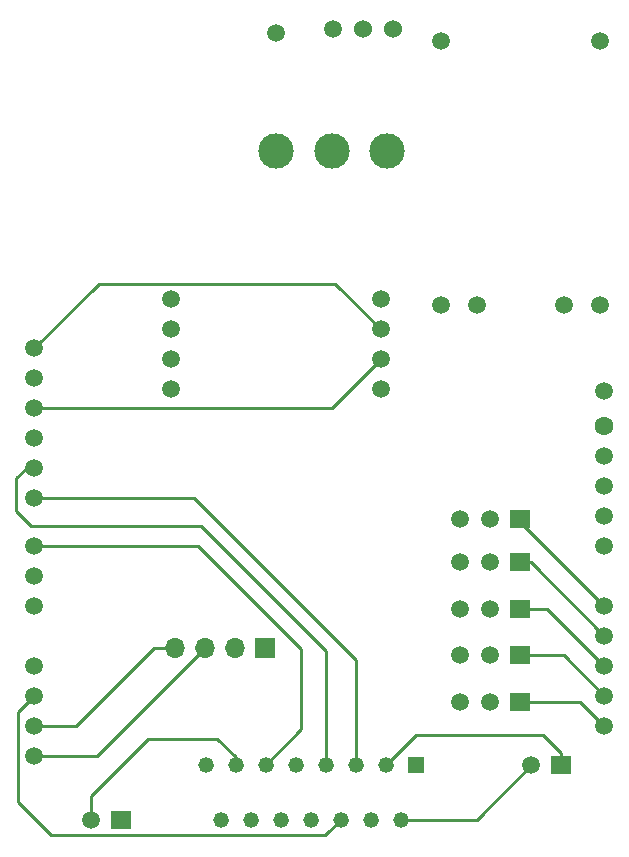
<source format=gbr>
%TF.GenerationSoftware,KiCad,Pcbnew,(6.0.1)*%
%TF.CreationDate,2022-03-31T12:24:54+03:00*%
%TF.ProjectId,shield MCU V2_gnd_layer,73686965-6c64-4204-9d43-552056325f67,rev?*%
%TF.SameCoordinates,Original*%
%TF.FileFunction,Copper,L2,Bot*%
%TF.FilePolarity,Positive*%
%FSLAX46Y46*%
G04 Gerber Fmt 4.6, Leading zero omitted, Abs format (unit mm)*
G04 Created by KiCad (PCBNEW (6.0.1)) date 2022-03-31 12:24:54*
%MOMM*%
%LPD*%
G01*
G04 APERTURE LIST*
%TA.AperFunction,ComponentPad*%
%ADD10R,1.320800X1.320800*%
%TD*%
%TA.AperFunction,ComponentPad*%
%ADD11C,1.320800*%
%TD*%
%TA.AperFunction,ComponentPad*%
%ADD12R,1.700000X1.500000*%
%TD*%
%TA.AperFunction,ComponentPad*%
%ADD13C,1.500000*%
%TD*%
%TA.AperFunction,ComponentPad*%
%ADD14R,1.700000X1.700000*%
%TD*%
%TA.AperFunction,ComponentPad*%
%ADD15O,1.700000X1.700000*%
%TD*%
%TA.AperFunction,ComponentPad*%
%ADD16C,3.000000*%
%TD*%
%TA.AperFunction,ComponentPad*%
%ADD17C,1.524000*%
%TD*%
%TA.AperFunction,ComponentPad*%
%ADD18C,1.600000*%
%TD*%
%TA.AperFunction,Conductor*%
%ADD19C,0.250000*%
%TD*%
G04 APERTURE END LIST*
D10*
%TO.P,H1,1,Current_Sensing_A*%
%TO.N,GND*%
X138449050Y-131483100D03*
D11*
%TO.P,H1,2,OUT1*%
%TO.N,Net-(H1-Pad2)*%
X137179050Y-136105900D03*
%TO.P,H1,3,OUT2*%
%TO.N,Net-(H1-Pad3)*%
X135909050Y-131483100D03*
%TO.P,H1,4,VS*%
%TO.N,/5V*%
X134639050Y-136105900D03*
%TO.P,H1,5,IN1*%
%TO.N,Net-(H1-Pad5)*%
X133369050Y-131483100D03*
%TO.P,H1,6,ENA_A*%
%TO.N,Net-(H1-Pad6)*%
X132099050Y-136105900D03*
%TO.P,H1,7,IN2*%
%TO.N,Net-(H1-Pad7)*%
X130829050Y-131483100D03*
%TO.P,H1,8,GND*%
%TO.N,GND*%
X129559050Y-136105900D03*
%TO.P,H1,9,VSS*%
%TO.N,/5V*%
X128289050Y-131483100D03*
%TO.P,H1,10,IN3*%
%TO.N,Net-(H1-Pad10)*%
X127019050Y-136105900D03*
%TO.P,H1,11,ENA_B*%
%TO.N,Net-(H1-Pad11)*%
X125749050Y-131483100D03*
%TO.P,H1,12,IN4*%
%TO.N,Net-(H1-Pad12)*%
X124479050Y-136105900D03*
%TO.P,H1,13,OUT3*%
%TO.N,Net-(H1-Pad13)*%
X123209050Y-131483100D03*
%TO.P,H1,14,OUT4*%
%TO.N,Net-(H1-Pad14)*%
X121939050Y-136105900D03*
%TO.P,H1,15,Current_Sensing_B*%
%TO.N,GND*%
X120669050Y-131483100D03*
%TD*%
D12*
%TO.P,J2,1,P1*%
%TO.N,Net-(J2-Pad1)*%
X147320000Y-122174000D03*
D13*
%TO.P,J2,2,P2*%
%TO.N,GND*%
X144780000Y-122174000D03*
%TO.P,J2,3,P3*%
%TO.N,/5V*%
X142240000Y-122174000D03*
%TD*%
D12*
%TO.P,PoL1,1,P1*%
%TO.N,Net-(H1-Pad14)*%
X113538000Y-136144000D03*
D13*
%TO.P,PoL1,2,P2*%
%TO.N,Net-(H1-Pad13)*%
X110998000Y-136144000D03*
%TD*%
%TO.P,U3,1,SDO*%
%TO.N,Net-(U3-Pad1)*%
X117697000Y-92043000D03*
%TO.P,U3,2,CS*%
%TO.N,Net-(U3-Pad2)*%
X117697000Y-94583000D03*
%TO.P,U3,3,DR*%
%TO.N,unconnected-(U3-Pad3)*%
X117697000Y-97123000D03*
%TO.P,U3,4,INT*%
%TO.N,Net-(U3-Pad4)*%
X117697000Y-99663000D03*
%TO.P,U3,5,VCC*%
%TO.N,/3.3V*%
X135477000Y-92043000D03*
%TO.P,U3,6,SCL*%
%TO.N,Net-(U3-Pad6)*%
X135477000Y-94583000D03*
%TO.P,U3,7,SDA*%
%TO.N,Net-(U3-Pad7)*%
X135477000Y-97123000D03*
%TO.P,U3,8,GND*%
%TO.N,GND*%
X135477000Y-99663000D03*
%TD*%
%TO.P,TP1,1,1*%
%TO.N,/Vin*%
X126619000Y-69469000D03*
%TD*%
D14*
%TO.P,Bt1,1,P1*%
%TO.N,/3.3V*%
X125730000Y-121539000D03*
D15*
%TO.P,Bt1,2,P2*%
%TO.N,GND*%
X123190000Y-121539000D03*
%TO.P,Bt1,3,P3*%
%TO.N,Net-(Bt1-Pad3)*%
X120650000Y-121539000D03*
%TO.P,Bt1,4,P4*%
%TO.N,Net-(Bt1-Pad4)*%
X118110000Y-121539000D03*
%TD*%
D16*
%TO.P,SW1,1,A*%
%TO.N,/Vin*%
X126651000Y-79470000D03*
%TO.P,SW1,2,B*%
%TO.N,/Batt+*%
X131350000Y-79470000D03*
%TO.P,SW1,3,C*%
%TO.N,/chrg+*%
X136049000Y-79470000D03*
%TD*%
D12*
%TO.P,J3,1,P1*%
%TO.N,Net-(J3-Pad1)*%
X147320000Y-118237000D03*
D13*
%TO.P,J3,2,P2*%
%TO.N,GND*%
X144780000Y-118237000D03*
%TO.P,J3,3,P3*%
%TO.N,/5V*%
X142240000Y-118237000D03*
%TD*%
D12*
%TO.P,J4,1,P1*%
%TO.N,Net-(J4-Pad1)*%
X147320000Y-114300000D03*
D13*
%TO.P,J4,2,P2*%
%TO.N,GND*%
X144780000Y-114300000D03*
%TO.P,J4,3,P3*%
%TO.N,/5V*%
X142240000Y-114300000D03*
%TD*%
D12*
%TO.P,J5,1,P1*%
%TO.N,Net-(J5-Pad1)*%
X147320000Y-110617000D03*
D13*
%TO.P,J5,2,P2*%
%TO.N,GND*%
X144780000Y-110617000D03*
%TO.P,J5,3,P3*%
%TO.N,/5V*%
X142240000Y-110617000D03*
%TD*%
%TO.P,U1,1,out-*%
%TO.N,GND*%
X140557000Y-92551000D03*
%TO.P,U1,2,bat-*%
X143605000Y-92551000D03*
%TO.P,U1,3,bat+*%
%TO.N,/chrg+*%
X150971000Y-92551000D03*
%TO.P,U1,4,out+*%
%TO.N,unconnected-(U1-Pad4)*%
X154019000Y-92551000D03*
%TO.P,U1,5,in-*%
%TO.N,unconnected-(U1-Pad5)*%
X140557000Y-70199000D03*
%TO.P,U1,6,in+*%
%TO.N,unconnected-(U1-Pad6)*%
X154019000Y-70199000D03*
%TD*%
%TO.P,TP2,1,1*%
%TO.N,/3.3V*%
X154432000Y-99822000D03*
%TD*%
D12*
%TO.P,PoR1,1,P1*%
%TO.N,Net-(H1-Pad3)*%
X150773050Y-131515000D03*
D13*
%TO.P,PoR1,2,P2*%
%TO.N,Net-(H1-Pad2)*%
X148233050Y-131515000D03*
%TD*%
D17*
%TO.P,J6,1,Pin_1*%
%TO.N,GND*%
X136493500Y-69183000D03*
%TO.P,J6,2,Pin_2*%
%TO.N,unconnected-(J6-Pad2)*%
X133953500Y-69183000D03*
D13*
%TO.P,J6,3,Pin_3*%
%TO.N,/Batt+*%
X131413500Y-69183000D03*
%TD*%
D18*
%TO.P,U4,16,+3V3*%
%TO.N,/3.3V*%
X154432000Y-102746000D03*
D13*
%TO.P,U4,18,+5V*%
%TO.N,/5V*%
X154432000Y-105286000D03*
%TO.P,U4,24,VIN*%
%TO.N,/Vin*%
X154432000Y-112906000D03*
%TO.P,U4,37,PC3*%
%TO.N,Net-(J3-Pad1)*%
X154432000Y-123066000D03*
%TO.P,U4,38,PC0*%
%TO.N,Net-(J4-Pad1)*%
X154432000Y-120526000D03*
%TO.P,U4,63,PG9*%
%TO.N,Net-(Bt1-Pad3)*%
X106172000Y-130686000D03*
%TO.P,U4,83,PA5*%
%TO.N,Net-(U3-Pad6)*%
X106172000Y-96146000D03*
%TO.P,U4,85,PA6*%
%TO.N,Net-(U3-Pad1)*%
X106172000Y-98686000D03*
%TO.P,U4,87,ETH_CRS_DV/PA7*%
%TO.N,Net-(U3-Pad7)*%
X106172000Y-101226000D03*
%TO.P,U4,108,PF5*%
%TO.N,Net-(J1-Pad1)*%
X154432000Y-128146000D03*
%TO.P,U4,114,PF10*%
%TO.N,Net-(J5-Pad1)*%
X154432000Y-117986000D03*
%TO.P,U4,118,PD14*%
%TO.N,Net-(U3-Pad2)*%
X106172000Y-103766000D03*
%TO.P,U4,120,PD15*%
%TO.N,Net-(H1-Pad7)*%
X106172000Y-106306000D03*
%TO.P,U4,124,PE9*%
%TO.N,Net-(U3-Pad4)*%
X106172000Y-115446000D03*
%TO.P,U4,127,PE13*%
%TO.N,Net-(H1-Pad12)*%
X106172000Y-123066000D03*
%TO.P,U4,128,PE11*%
%TO.N,Net-(H1-Pad10)*%
X106172000Y-117986000D03*
%TO.P,U4,129,PF13*%
%TO.N,Net-(H1-Pad11)*%
X106172000Y-112906000D03*
%TO.P,U4,130,PF3*%
%TO.N,Net-(J2-Pad1)*%
X154432000Y-125606000D03*
%TO.P,U4,131,PF12*%
%TO.N,Net-(H1-Pad5)*%
X106172000Y-108846000D03*
%TO.P,U4,132,PF15*%
%TO.N,Net-(H1-Pad6)*%
X106172000Y-125606000D03*
%TO.P,U4,133,PG14*%
%TO.N,Net-(Bt1-Pad4)*%
X106172000Y-128146000D03*
%TO.P,U4,143,GND*%
%TO.N,GND*%
X154432000Y-107826000D03*
%TO.P,U4,144,GND*%
X154432000Y-110366000D03*
%TD*%
D12*
%TO.P,J1,1,P1*%
%TO.N,Net-(J1-Pad1)*%
X147320000Y-126111000D03*
D13*
%TO.P,J1,2,P2*%
%TO.N,GND*%
X144780000Y-126111000D03*
%TO.P,J1,3,P3*%
%TO.N,/5V*%
X142240000Y-126111000D03*
%TD*%
D19*
%TO.N,Net-(J4-Pad1)*%
X148206000Y-114300000D02*
X147320000Y-114300000D01*
X154432000Y-120526000D02*
X148206000Y-114300000D01*
%TO.N,Net-(J3-Pad1)*%
X149603000Y-118237000D02*
X147320000Y-118237000D01*
%TO.N,Net-(J2-Pad1)*%
X151000000Y-122174000D02*
X147320000Y-122174000D01*
%TO.N,Net-(J1-Pad1)*%
X152397000Y-126111000D02*
X147320000Y-126111000D01*
%TO.N,Net-(J5-Pad1)*%
X154432000Y-117986000D02*
X147320000Y-110874000D01*
X147320000Y-110874000D02*
X147320000Y-110617000D01*
%TO.N,Net-(H1-Pad2)*%
X143642150Y-136105900D02*
X137179050Y-136105900D01*
X148233050Y-131515000D02*
X143642150Y-136105900D01*
%TO.N,Net-(H1-Pad6)*%
X131064000Y-137160000D02*
X130810000Y-137414000D01*
X131064000Y-137140950D02*
X131064000Y-137160000D01*
X107569000Y-137414000D02*
X130810000Y-137414000D01*
X131064000Y-137140950D02*
X132099050Y-136105900D01*
X104775000Y-134620000D02*
X107569000Y-137414000D01*
X104775000Y-127003000D02*
X104775000Y-134620000D01*
X106172000Y-125606000D02*
X104775000Y-127003000D01*
%TO.N,Net-(H1-Pad13)*%
X121666000Y-129286000D02*
X115824000Y-129286000D01*
X110998000Y-134112000D02*
X110998000Y-136144000D01*
X123209050Y-130829050D02*
X121666000Y-129286000D01*
X123209050Y-131483100D02*
X123209050Y-130829050D01*
X115824000Y-129286000D02*
X110998000Y-134112000D01*
%TO.N,Net-(H1-Pad3)*%
X138487150Y-128905000D02*
X149225000Y-128905000D01*
X135909050Y-131483100D02*
X138487150Y-128905000D01*
X149225000Y-128905000D02*
X150773050Y-130453050D01*
X150773050Y-130453050D02*
X150773050Y-131515000D01*
%TO.N,Net-(U3-Pad6)*%
X135477000Y-94583000D02*
X131612489Y-90718489D01*
X111599511Y-90718489D02*
X106172000Y-96146000D01*
X131612489Y-90718489D02*
X111599511Y-90718489D01*
%TO.N,Net-(U3-Pad7)*%
X135477000Y-97123000D02*
X131374000Y-101226000D01*
X131374000Y-101226000D02*
X106172000Y-101226000D01*
%TO.N,Net-(J2-Pad1)*%
X151000000Y-122174000D02*
X154432000Y-125606000D01*
%TO.N,Net-(J3-Pad1)*%
X149603000Y-118237000D02*
X154432000Y-123066000D01*
%TO.N,Net-(Bt1-Pad3)*%
X111503000Y-130686000D02*
X106172000Y-130686000D01*
X120650000Y-121539000D02*
X111503000Y-130686000D01*
%TO.N,Net-(H1-Pad7)*%
X104648000Y-107188000D02*
X104648000Y-109982000D01*
X105918000Y-111252000D02*
X120269000Y-111252000D01*
X130829050Y-121812050D02*
X121539000Y-112522000D01*
X104648000Y-107188000D02*
X105530000Y-106306000D01*
X130829050Y-131483100D02*
X130829050Y-121812050D01*
X104648000Y-109982000D02*
X105918000Y-111252000D01*
X105530000Y-106306000D02*
X106172000Y-106306000D01*
X120269000Y-111252000D02*
X121539000Y-112522000D01*
%TO.N,Net-(H1-Pad11)*%
X128778000Y-121666000D02*
X128778000Y-128454150D01*
X128778000Y-128454150D02*
X125749050Y-131483100D01*
X120018000Y-112906000D02*
X128778000Y-121666000D01*
X106172000Y-112906000D02*
X120018000Y-112906000D01*
%TO.N,Net-(J1-Pad1)*%
X152397000Y-126111000D02*
X154432000Y-128146000D01*
%TO.N,Net-(H1-Pad5)*%
X133369050Y-131483100D02*
X133369050Y-122574050D01*
X133369050Y-122574050D02*
X119641000Y-108846000D01*
X119641000Y-108846000D02*
X106172000Y-108846000D01*
%TO.N,Net-(Bt1-Pad4)*%
X106172000Y-128146000D02*
X109725000Y-128146000D01*
X109725000Y-128146000D02*
X116332000Y-121539000D01*
X116332000Y-121539000D02*
X118110000Y-121539000D01*
%TD*%
M02*

</source>
